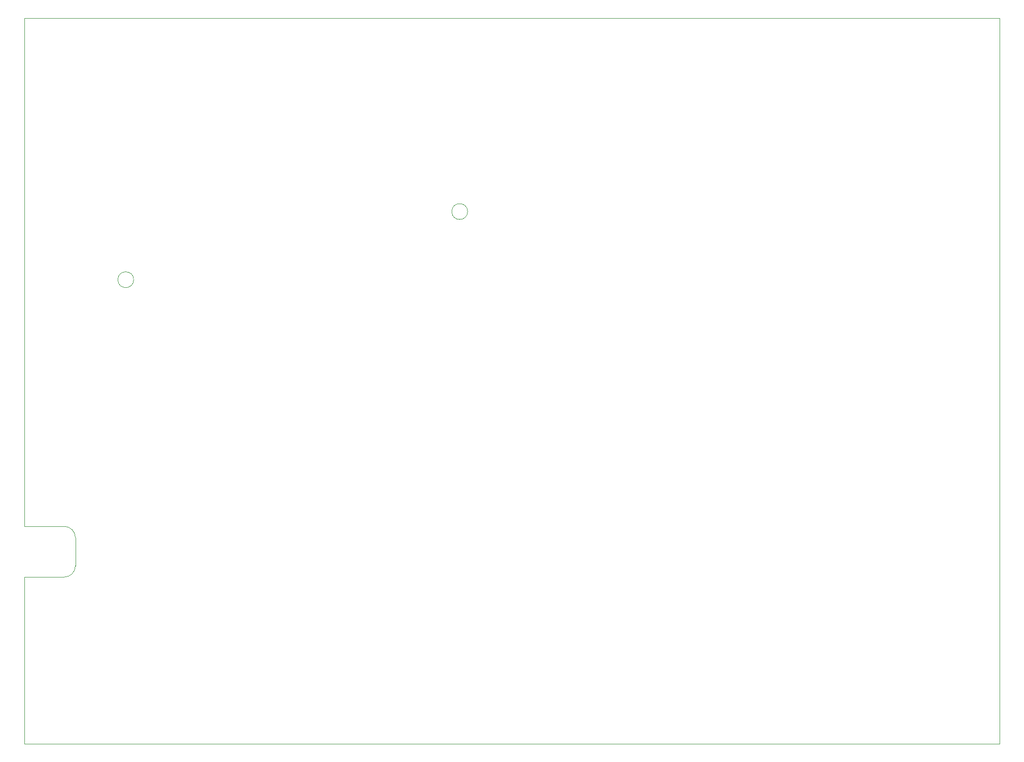
<source format=gbr>
%TF.GenerationSoftware,KiCad,Pcbnew,8.0.0*%
%TF.CreationDate,2024-04-13T17:49:09+09:00*%
%TF.ProjectId,RaverackPanel,52617665-7261-4636-9b50-616e656c2e6b,rev?*%
%TF.SameCoordinates,Original*%
%TF.FileFunction,Profile,NP*%
%FSLAX46Y46*%
G04 Gerber Fmt 4.6, Leading zero omitted, Abs format (unit mm)*
G04 Created by KiCad (PCBNEW 8.0.0) date 2024-04-13 17:49:09*
%MOMM*%
%LPD*%
G01*
G04 APERTURE LIST*
%TA.AperFunction,Profile*%
%ADD10C,0.100000*%
%TD*%
%TA.AperFunction,Profile*%
%ADD11C,0.050000*%
%TD*%
G04 APERTURE END LIST*
D10*
X98400000Y-54250000D02*
G75*
G02*
X95600000Y-54250000I-1400000J0D01*
G01*
X95600000Y-54250000D02*
G75*
G02*
X98400000Y-54250000I1400000J0D01*
G01*
D11*
X20000000Y-148500000D02*
X192500000Y-148500000D01*
X192500000Y-98000000D02*
X192500000Y-20000000D01*
X29000000Y-117000000D02*
G75*
G02*
X27000000Y-119000000I-2000000J0D01*
G01*
X192500000Y-20000000D02*
X20000000Y-20000000D01*
X20000000Y-119000000D02*
X20000000Y-148500000D01*
X29000000Y-117000000D02*
X29000000Y-112000000D01*
X20000000Y-20000000D02*
X20000000Y-110000000D01*
X192500000Y-148500000D02*
X192500000Y-98000000D01*
X20000000Y-119000000D02*
X27000000Y-119000000D01*
D10*
X39310000Y-66320000D02*
G75*
G02*
X36510000Y-66320000I-1400000J0D01*
G01*
X36510000Y-66320000D02*
G75*
G02*
X39310000Y-66320000I1400000J0D01*
G01*
D11*
X27000000Y-110000000D02*
G75*
G02*
X29000000Y-112000000I0J-2000000D01*
G01*
X20000000Y-110000000D02*
X27000000Y-110000000D01*
M02*

</source>
